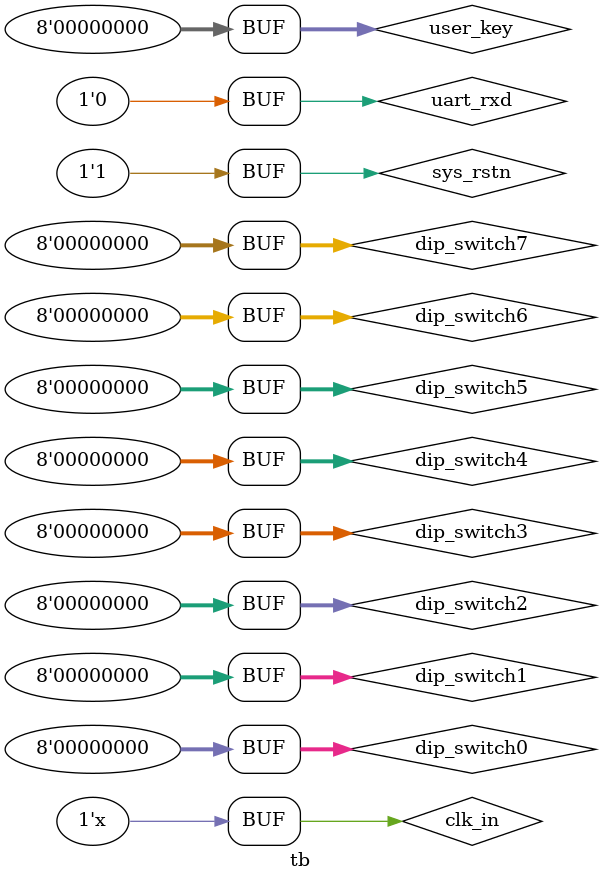
<source format=v>
`timescale 1ns / 1ps

module tb;
    // Inputs
    reg clk_in;
    reg sys_rstn;
    reg [7:0] dip_switch0;
    reg [7:0] dip_switch1;
    reg [7:0] dip_switch2;
    reg [7:0] dip_switch3;
    reg [7:0] dip_switch4;
    reg [7:0] dip_switch5;
    reg [7:0] dip_switch6;
    reg [7:0] dip_switch7;
    reg [7:0] user_key;
    reg uart_rxd;

    // Outputs
    wire [31:0] led_light;
    wire [7:0] digital_tube2;
    wire digital_tube_sel2;
    wire [7:0] digital_tube1;
    wire [3:0] digital_tube_sel1;
    wire [7:0] digital_tube0;
    wire [3:0] digital_tube_sel0;
    wire uart_txd;

    // Instantiate the Unit Under Test (UUT)
    top uut (
        .clk_in(clk_in), 
        .sys_rstn(sys_rstn), 
        .dip_switch0(dip_switch0), 
        .dip_switch1(dip_switch1), 
        .dip_switch2(dip_switch2), 
        .dip_switch3(dip_switch3), 
        .dip_switch4(dip_switch4), 
        .dip_switch5(dip_switch5), 
        .dip_switch6(dip_switch6), 
        .dip_switch7(dip_switch7), 
        .user_key(user_key), 
        .led_light(led_light), 
        .digital_tube2(digital_tube2), 
        .digital_tube_sel2(digital_tube_sel2), 
        .digital_tube1(digital_tube1), 
        .digital_tube_sel1(digital_tube_sel1), 
        .digital_tube0(digital_tube0), 
        .digital_tube_sel0(digital_tube_sel0), 
        .uart_rxd(uart_rxd), 
        .uart_txd(uart_txd)
    );

    initial begin
        // Initialize Inputs
        clk_in = 0;
        sys_rstn = 0;
        dip_switch0 = 0;
        dip_switch1 = 0;
        dip_switch2 = 0;
        dip_switch3 = 0;
        dip_switch4 = 0;
        dip_switch5 = 0;
        dip_switch6 = 0;
        dip_switch7 = 0;
        user_key = 0;
        uart_rxd = 0;

        // Wait for reset to finish
        #40 sys_rstn = 1;
        
        // Add stimulus here

    end

    always #20 clk_in = ~clk_in;
    
endmodule


</source>
